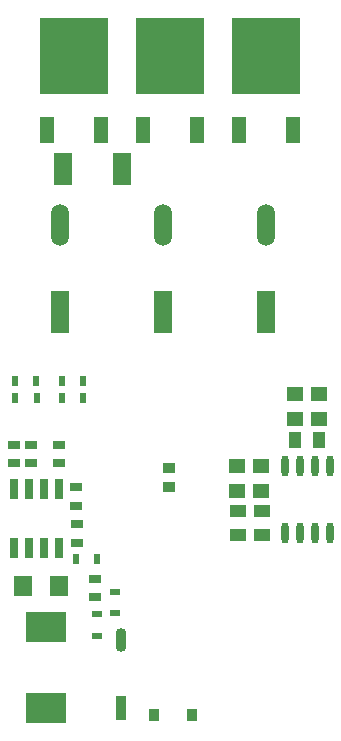
<source format=gbp>
G04*
G04 #@! TF.GenerationSoftware,Altium Limited,Altium Designer,21.3.2 (30)*
G04*
G04 Layer_Color=128*
%FSTAX24Y24*%
%MOIN*%
G70*
G04*
G04 #@! TF.SameCoordinates,BF0EC633-498B-4F46-9C25-626D02BDF3A5*
G04*
G04*
G04 #@! TF.FilePolarity,Positive*
G04*
G01*
G75*
%ADD23R,0.0354X0.0236*%
%ADD24R,0.0236X0.0354*%
%ADD28R,0.0394X0.0354*%
%ADD29R,0.0394X0.0315*%
%ADD31R,0.0551X0.0433*%
%ADD37R,0.0283X0.0701*%
%ADD41R,0.0472X0.0866*%
%ADD42R,0.2283X0.2520*%
%ADD91R,0.0433X0.0315*%
%ADD92R,0.1378X0.1024*%
%ADD93R,0.0346X0.0402*%
%ADD94R,0.0600X0.0650*%
%ADD95R,0.0350X0.0800*%
%ADD96O,0.0350X0.0800*%
%ADD97R,0.0591X0.1400*%
%ADD98O,0.0591X0.1400*%
%ADD99R,0.0550X0.0453*%
%ADD100O,0.0236X0.0709*%
%ADD101R,0.0433X0.0551*%
%ADD102R,0.0591X0.1063*%
D23*
X03995Y02351D02*
D03*
X03995Y024225D02*
D03*
X03935Y02275D02*
D03*
X03935Y023465D02*
D03*
D24*
X038195Y03067D02*
D03*
X03891Y03067D02*
D03*
X036635Y03067D02*
D03*
X03735Y03067D02*
D03*
X038655Y02531D02*
D03*
X03937Y02531D02*
D03*
X038907Y03124D02*
D03*
X038192Y03124D02*
D03*
X037344Y031249D02*
D03*
X036629Y031249D02*
D03*
D28*
X04175Y028345D02*
D03*
Y027715D02*
D03*
D29*
X03871Y025853D02*
D03*
X03871Y026467D02*
D03*
X0381Y028493D02*
D03*
X0381Y029107D02*
D03*
X036597Y029107D02*
D03*
X036597Y028493D02*
D03*
X03715Y029107D02*
D03*
X03715Y028493D02*
D03*
X0393Y024657D02*
D03*
X0393Y024043D02*
D03*
D31*
X04405Y026096D02*
D03*
Y026904D02*
D03*
X04485Y026904D02*
D03*
Y026096D02*
D03*
D37*
X0381Y025662D02*
D03*
X0376D02*
D03*
X0371D02*
D03*
X0366D02*
D03*
X0366Y027638D02*
D03*
X0371Y027638D02*
D03*
X0376Y027638D02*
D03*
X0381Y027638D02*
D03*
D41*
X039498Y03961D02*
D03*
X037702D02*
D03*
X042698D02*
D03*
X040902D02*
D03*
X045898D02*
D03*
X044102D02*
D03*
D42*
X0386Y042091D02*
D03*
X0418D02*
D03*
X045D02*
D03*
D91*
X03865Y02772D02*
D03*
Y02706D02*
D03*
D92*
X03765Y020342D02*
D03*
Y023058D02*
D03*
D93*
X042544Y0201D02*
D03*
X041256D02*
D03*
D94*
X0381Y0244D02*
D03*
X0369D02*
D03*
D95*
X04015Y02035D02*
D03*
D96*
Y0226D02*
D03*
D97*
X044991Y033538D02*
D03*
X04155Y03355D02*
D03*
X038141Y033538D02*
D03*
D98*
X044991Y036438D02*
D03*
X04155Y03645D02*
D03*
X038141Y036438D02*
D03*
D99*
X044838Y027589D02*
D03*
Y028411D02*
D03*
X045966Y030801D02*
D03*
Y029979D02*
D03*
X044038Y028411D02*
D03*
Y027589D02*
D03*
X046766Y030801D02*
D03*
Y029979D02*
D03*
D100*
X04562Y028412D02*
D03*
X04612D02*
D03*
X04662D02*
D03*
X04712D02*
D03*
X04562Y026188D02*
D03*
X04612D02*
D03*
X04662D02*
D03*
X04712D02*
D03*
D101*
X04677Y02929D02*
D03*
X045963D02*
D03*
D102*
X038216Y0383D02*
D03*
X040184D02*
D03*
M02*

</source>
